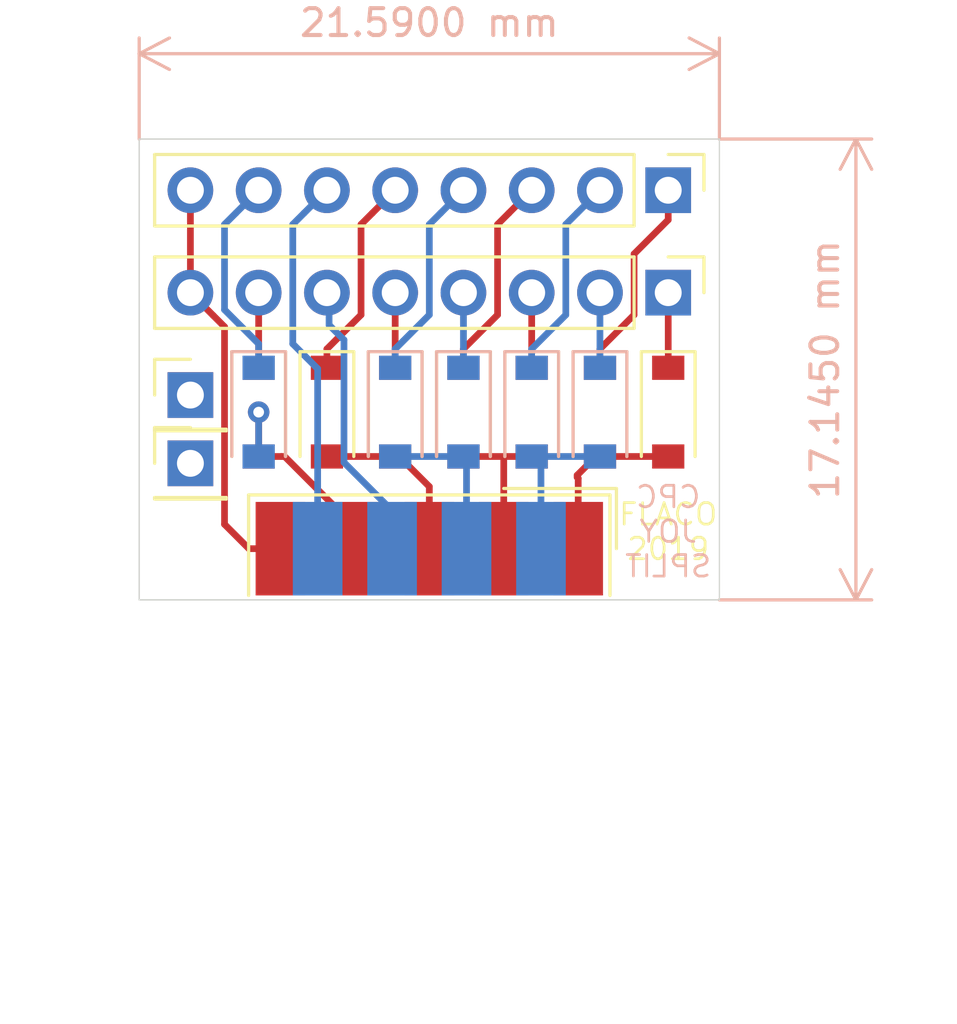
<source format=kicad_pcb>
(kicad_pcb (version 20211014) (generator pcbnew)
  (layers (0 "F.Cu" signal) (31 "B.Cu" signal) (34 "B.Paste" user) (35 "F.Paste" user) (36 "B.SilkS" user "B.Silkscreen") (37 "F.SilkS" user "F.Silkscreen") (38 "B.Mask" user) (39 "F.Mask" user) (44 "Edge.Cuts" user))
  (net 0 "")
  (net 1 "F2")
  (net 2 "Net-(D1-Pad1)")
  (net 3 "Net-(D2-Pad1)")
  (net 4 "F1")
  (net 5 "Net-(D3-Pad1)")
  (net 6 "Net-(D4-Pad1)")
  (net 7 "UP")
  (net 8 "Net-(D5-Pad1)")
  (net 9 "Net-(D6-Pad1)")
  (net 10 "DOWN")
  (net 11 "LEFT")
  (net 12 "Net-(D7-Pad1)")
  (net 13 "Net-(D8-Pad1)")
  (net 14 "RIGHT")
  (net 15 "Net-(D9-Pad1)")
  (net 16 "Net-(D10-Pad1)")
  (net 17 "Net-(D11-Pad1)")
  (net 18 "Net-(D12-Pad1)")
  (net 19 "COM1")
  (net 20 "SPARE")
  (net 21 "COM2")
  (footprint "Diodes_SMD:D_SOD-123" (layer "F.Cu") (at 135.89 108.585 -90)
    (property "Reference" "D1")
    (property "Value" "1N5819W")
    (fp_text reference "D1" hide)
    (fp_text value "1N5819W")
    (fp_line (start -2.25 -1) (end 1.65 -1) (layer "F.SilkS") (width 0.12))
    (fp_line (start -2.25 1) (end 1.65 1) (layer "F.SilkS") (width 0.12))
    (fp_line (start -2.25 -1) (end -2.25 1) (layer "F.SilkS") (width 0.12))
    (pad "1" smd rect locked (at -1.65 0 270) (size 0.9 1.2) (layers "F.Cu" "F.Paste" "F.Mask") (net 2 "Net-(D1-Pad1)"))
    (pad "2" smd rect locked (at 1.65 0 270) (size 0.9 1.2) (layers "F.Cu" "F.Paste" "F.Mask") (net 7 "UP"))
  )
  (footprint "Diodes_SMD:D_SOD-123" (layer "F.Cu") (at 125.73 108.585 -90)
    (property "Reference" "D5")
    (property "Value" "1N5819W")
    (fp_text reference "D5" hide)
    (fp_text value "1N5819W")
    (fp_line (start -2.25 -1) (end 1.65 -1) (layer "F.SilkS") (width 0.12))
    (fp_line (start -2.25 -1) (end -2.25 1) (layer "F.SilkS") (width 0.12))
    (fp_line (start -2.25 1) (end 1.65 1) (layer "F.SilkS") (width 0.12))
    (pad "1" smd rect locked (at -1.65 0 270) (size 0.9 1.2) (layers "F.Cu" "F.Paste" "F.Mask") (net 8 "Net-(D5-Pad1)"))
    (pad "2" smd rect locked (at 1.65 0 270) (size 0.9 1.2) (layers "F.Cu" "F.Paste" "F.Mask") (net 11 "LEFT"))
  )
  (footprint "Diodes_SMD:D_SOD-123" (layer "F.Cu") (at 120.65 108.585 -90)
    (property "Reference" "D6")
    (property "Value" "1N5819W")
    (fp_text reference "D6" hide)
    (fp_text value "1N5819W")
    (fp_line (start -2.25 1) (end 1.65 1) (layer "F.SilkS") (width 0.12))
    (fp_line (start -2.25 -1) (end -2.25 1) (layer "F.SilkS") (width 0.12))
    (fp_line (start -2.25 -1) (end 1.65 -1) (layer "F.SilkS") (width 0.12))
    (pad "1" smd rect locked (at -1.65 0 270) (size 0.9 1.2) (layers "F.Cu" "F.Paste" "F.Mask") (net 9 "Net-(D6-Pad1)"))
    (pad "2" smd rect locked (at 1.65 0 270) (size 0.9 1.2) (layers "F.Cu" "F.Paste" "F.Mask") (net 14 "RIGHT"))
  )
  (footprint "Diodes_SMD:D_SOD-123" (layer "F.Cu") (at 128.27 108.585 -90)
    (property "Reference" "D9")
    (property "Value" "1N5819W")
    (fp_text reference "D9" hide)
    (fp_text value "1N5819W")
    (fp_line (start -2.25 -1) (end 1.65 -1) (layer "F.SilkS") (width 0.12))
    (fp_line (start -2.25 1) (end 1.65 1) (layer "F.SilkS") (width 0.12))
    (fp_line (start -2.25 -1) (end -2.25 1) (layer "F.SilkS") (width 0.12))
    (pad "1" smd rect locked (at -1.65 0 270) (size 0.9 1.2) (layers "F.Cu" "F.Paste" "F.Mask") (net 15 "Net-(D9-Pad1)"))
    (pad "2" smd rect locked (at 1.65 0 270) (size 0.9 1.2) (layers "F.Cu" "F.Paste" "F.Mask") (net 10 "DOWN"))
  )
  (footprint "Diodes_SMD:D_SOD-123" (layer "F.Cu") (at 123.19 108.585 -90)
    (property "Reference" "D11")
    (property "Value" "1N5819W")
    (fp_text reference "D11" hide)
    (fp_text value "1N5819W")
    (fp_line (start -2.25 -1) (end -2.25 1) (layer "F.SilkS") (width 0.12))
    (fp_line (start -2.25 -1) (end 1.65 -1) (layer "F.SilkS") (width 0.12))
    (fp_line (start -2.25 1) (end 1.65 1) (layer "F.SilkS") (width 0.12))
    (pad "1" smd rect locked (at -1.65 0 270) (size 0.9 1.2) (layers "F.Cu" "F.Paste" "F.Mask") (net 17 "Net-(D11-Pad1)"))
    (pad "2" smd rect locked (at 1.65 0 270) (size 0.9 1.2) (layers "F.Cu" "F.Paste" "F.Mask") (net 11 "LEFT"))
  )
  (footprint "Connectors_DSub:DSUB-9_Female_EdgeMount_Pitch2.77mm" (layer "F.Cu") (at 127 113.665)
    (property "Reference" "J1")
    (property "Value" "To the CPC")
    (fp_text reference "J1" hide)
    (fp_text value "To the CPC")
    (fp_line (start 6.963333 -2.24) (end 2.77 -2.24) (layer "F.SilkS") (width 0.12))
    (fp_line (start 6.723333 -2) (end -6.723333 -2) (layer "F.SilkS") (width 0.12))
    (fp_line (start 6.963333 0) (end 6.963333 -2.24) (layer "F.SilkS") (width 0.12))
    (fp_line (start -6.723333 -2) (end -6.723333 1.74) (layer "F.SilkS") (width 0.12))
    (fp_line (start 6.723333 1.74) (end 6.723333 -2) (layer "F.SilkS") (width 0.12))
    (pad "1" smd rect locked (at 5.54 0) (size 1.846667 3.48) (layers "F.Cu" "F.Paste" "F.Mask") (net 7 "UP"))
    (pad "2" smd rect locked (at 2.77 0) (size 1.846667 3.48) (layers "F.Cu" "F.Paste" "F.Mask") (net 10 "DOWN"))
    (pad "3" smd rect locked (at 0 0) (size 1.846667 3.48) (layers "F.Cu" "F.Paste" "F.Mask") (net 11 "LEFT"))
    (pad "4" smd rect locked (at -2.77 0) (size 1.846667 3.48) (layers "F.Cu" "F.Paste" "F.Mask") (net 14 "RIGHT"))
    (pad "5" smd rect locked (at -5.54 0) (size 1.846667 3.48) (layers "F.Cu" "F.Paste" "F.Mask") (net 20 "SPARE"))
    (pad "6" smd rect locked (at 4.155 0) (size 1.846667 3.48) (layers "B.Cu" "B.Paste" "B.Mask") (net 1 "F2"))
    (pad "7" smd rect locked (at 1.385 0) (size 1.846667 3.48) (layers "B.Cu" "B.Paste" "B.Mask") (net 4 "F1"))
    (pad "8" smd rect locked (at -1.385 0) (size 1.846667 3.48) (layers "B.Cu" "B.Paste" "B.Mask") (net 19 "COM1"))
    (pad "9" smd rect locked (at -4.155 0) (size 1.846667 3.48) (layers "B.Cu" "B.Paste" "B.Mask") (net 21 "COM2"))
  )
  (footprint "Diodes_SMD:D_SOD-123" (layer "F.Cu") (at 133.35 108.585 -90)
    (property "Reference" "D7")
    (property "Value" "1N5819W")
    (fp_text reference "D7" hide)
    (fp_text value "1N5819W")
    (fp_line (start -2.25 1) (end 1.65 1) (layer "F.SilkS") (width 0.12))
    (fp_line (start -2.25 -1) (end -2.25 1) (layer "F.SilkS") (width 0.12))
    (fp_line (start -2.25 -1) (end 1.65 -1) (layer "F.SilkS") (width 0.12))
    (pad "1" smd rect locked (at -1.65 0 270) (size 0.9 1.2) (layers "F.Cu" "F.Paste" "F.Mask") (net 12 "Net-(D7-Pad1)"))
    (pad "2" smd rect locked (at 1.65 0 270) (size 0.9 1.2) (layers "F.Cu" "F.Paste" "F.Mask") (net 7 "UP"))
  )
  (footprint "Diodes_SMD:D_SOD-123" (layer "F.Cu") (at 130.81 108.585 -90)
    (property "Reference" "D3")
    (property "Value" "1N5819W")
    (fp_text reference "D3" hide)
    (fp_text value "1N5819W")
    (fp_line (start -2.25 -1) (end 1.65 -1) (layer "F.SilkS") (width 0.12))
    (fp_line (start -2.25 1) (end 1.65 1) (layer "F.SilkS") (width 0.12))
    (fp_line (start -2.25 -1) (end -2.25 1) (layer "F.SilkS") (width 0.12))
    (pad "1" smd rect locked (at -1.65 0 270) (size 0.9 1.2) (layers "F.Cu" "F.Paste" "F.Mask") (net 5 "Net-(D3-Pad1)"))
    (pad "2" smd rect locked (at 1.65 0 270) (size 0.9 1.2) (layers "F.Cu" "F.Paste" "F.Mask") (net 10 "DOWN"))
  )
  (footprint "Pin_Headers:Pin_Header_Straight_1x08_Pitch2.54mm" (layer "F.Cu") (at 135.89 104.14 -90)
    (property "Reference" "J2")
    (property "Value" "From Stick 1")
    (fp_text reference "J2" hide)
    (fp_text value "From Stick 1")
    (fp_line (start -1.33 1.27) (end 1.33 1.27) (layer "F.SilkS") (width 0.12))
    (fp_line (start 1.33 1.27) (end 1.33 19.11) (layer "F.SilkS") (width 0.12))
    (fp_line (start -1.33 0) (end -1.33 -1.33) (layer "F.SilkS") (width 0.12))
    (fp_line (start -1.33 1.27) (end -1.33 19.11) (layer "F.SilkS") (width 0.12))
    (fp_line (start -1.33 19.11) (end 1.33 19.11) (layer "F.SilkS") (width 0.12))
    (fp_line (start -1.33 -1.33) (end 0 -1.33) (layer "F.SilkS") (width 0.12))
    (pad "1" thru_hole rect locked (at 0 0 270) (size 1.7 1.7) (drill 1) (layers *.Cu *.Mask) (net 2 "Net-(D1-Pad1)"))
    (pad "2" thru_hole oval locked (at 0 2.54 270) (size 1.7 1.7) (drill 1) (layers *.Cu *.Mask) (net 3 "Net-(D2-Pad1)"))
    (pad "3" thru_hole oval locked (at 0 5.08 270) (size 1.7 1.7) (drill 1) (layers *.Cu *.Mask) (net 5 "Net-(D3-Pad1)"))
    (pad "4" thru_hole oval locked (at 0 7.62 270) (size 1.7 1.7) (drill 1) (layers *.Cu *.Mask) (net 6 "Net-(D4-Pad1)"))
    (pad "5" thru_hole oval locked (at 0 10.16 270) (size 1.7 1.7) (drill 1) (layers *.Cu *.Mask) (net 8 "Net-(D5-Pad1)"))
    (pad "6" thru_hole oval locked (at 0 12.7 270) (size 1.7 1.7) (drill 1) (layers *.Cu *.Mask) (net 19 "COM1"))
    (pad "7" thru_hole oval locked (at 0 15.24 270) (size 1.7 1.7) (drill 1) (layers *.Cu *.Mask) (net 9 "Net-(D6-Pad1)"))
    (pad "8" thru_hole oval locked (at 0 17.78 270) (size 1.7 1.7) (drill 1) (layers *.Cu *.Mask) (net 20 "SPARE"))
  )
  (footprint "Pin_Headers:Pin_Header_Straight_1x08_Pitch2.54mm" (layer "F.Cu") (at 135.89 100.33 -90)
    (property "Reference" "J3")
    (property "Value" "From Stick 2")
    (fp_text reference "J3" hide)
    (fp_text value "From Stick 2")
    (fp_line (start -1.33 1.27) (end -1.33 19.11) (layer "F.SilkS") (width 0.12))
    (fp_line (start -1.33 -1.33) (end 0 -1.33) (layer "F.SilkS") (width 0.12))
    (fp_line (start 1.33 1.27) (end 1.33 19.11) (layer "F.SilkS") (width 0.12))
    (fp_line (start -1.33 19.11) (end 1.33 19.11) (layer "F.SilkS") (width 0.12))
    (fp_line (start -1.33 1.27) (end 1.33 1.27) (layer "F.SilkS") (width 0.12))
    (fp_line (start -1.33 0) (end -1.33 -1.33) (layer "F.SilkS") (width 0.12))
    (pad "1" thru_hole rect locked (at 0 0 270) (size 1.7 1.7) (drill 1) (layers *.Cu *.Mask) (net 12 "Net-(D7-Pad1)"))
    (pad "2" thru_hole oval locked (at 0 2.54 270) (size 1.7 1.7) (drill 1) (layers *.Cu *.Mask) (net 13 "Net-(D8-Pad1)"))
    (pad "3" thru_hole oval locked (at 0 5.08 270) (size 1.7 1.7) (drill 1) (layers *.Cu *.Mask) (net 15 "Net-(D9-Pad1)"))
    (pad "4" thru_hole oval locked (at 0 7.62 270) (size 1.7 1.7) (drill 1) (layers *.Cu *.Mask) (net 16 "Net-(D10-Pad1)"))
    (pad "5" thru_hole oval locked (at 0 10.16 270) (size 1.7 1.7) (drill 1) (layers *.Cu *.Mask) (net 17 "Net-(D11-Pad1)"))
    (pad "6" thru_hole oval locked (at 0 12.7 270) (size 1.7 1.7) (drill 1) (layers *.Cu *.Mask) (net 21 "COM2"))
    (pad "7" thru_hole oval locked (at 0 15.24 270) (size 1.7 1.7) (drill 1) (layers *.Cu *.Mask) (net 18 "Net-(D12-Pad1)"))
    (pad "8" thru_hole oval locked (at 0 17.78 270) (size 1.7 1.7) (drill 1) (layers *.Cu *.Mask) (net 20 "SPARE"))
  )
  (footprint "Pin_Headers:Pin_Header_Straight_1x01_Pitch2.54mm" (layer "F.Cu") (at 118.11 110.49)
    (property "Reference" "J4")
    (property "Value" "holder")
    (fp_text reference "J4" hide)
    (fp_text value "holder")
    (fp_line (start -1.33 1.33) (end 1.33 1.33) (layer "F.SilkS") (width 0.12))
    (fp_line (start -1.33 1.27) (end 1.33 1.27) (layer "F.SilkS") (width 0.12))
    (fp_line (start -1.33 -1.33) (end 0 -1.33) (layer "F.SilkS") (width 0.12))
    (fp_line (start 1.33 1.27) (end 1.33 1.33) (layer "F.SilkS") (width 0.12))
    (fp_line (start -1.33 0) (end -1.33 -1.33) (layer "F.SilkS") (width 0.12))
    (fp_line (start -1.33 1.27) (end -1.33 1.33) (layer "F.SilkS") (width 0.12))
    (pad "1" thru_hole rect locked (at 0 0) (size 1.7 1.7) (drill 1) (layers *.Cu *.Mask))
  )
  (footprint "Pin_Headers:Pin_Header_Straight_1x01_Pitch2.54mm" (layer "F.Cu") (at 118.11 107.95)
    (property "Reference" "J5")
    (property "Value" "holder")
    (fp_text reference "J5" hide)
    (fp_text value "holder")
    (fp_line (start -1.33 0) (end -1.33 -1.33) (layer "F.SilkS") (width 0.12))
    (fp_line (start -1.33 1.27) (end -1.33 1.33) (layer "F.SilkS") (width 0.12))
    (fp_line (start 1.33 1.27) (end 1.33 1.33) (layer "F.SilkS") (width 0.12))
    (fp_line (start -1.33 1.33) (end 1.33 1.33) (layer "F.SilkS") (width 0.12))
    (fp_line (start -1.33 -1.33) (end 0 -1.33) (layer "F.SilkS") (width 0.12))
    (fp_line (start -1.33 1.27) (end 1.33 1.27) (layer "F.SilkS") (width 0.12))
    (pad "1" thru_hole rect locked (at 0 0) (size 1.7 1.7) (drill 1) (layers *.Cu *.Mask))
  )
  (footprint "Diodes_SMD:D_SOD-123" (layer "B.Cu") (at 133.35 108.585 -90)
    (property "Reference" "D2")
    (property "Value" "1N5819W")
    (fp_text reference "D2" hide)
    (fp_text value "1N5819W")
    (fp_line (start -2.25 1) (end -2.25 -1) (layer "B.SilkS") (width 0.12))
    (fp_line (start -2.25 1) (end 1.65 1) (layer "B.SilkS") (width 0.12))
    (fp_line (start -2.25 -1) (end 1.65 -1) (layer "B.SilkS") (width 0.12))
    (pad "1" smd rect locked (at -1.65 0 270) (size 0.9 1.2) (layers "B.Cu" "B.Paste" "B.Mask") (net 3 "Net-(D2-Pad1)"))
    (pad "2" smd rect locked (at 1.65 0 270) (size 0.9 1.2) (layers "B.Cu" "B.Paste" "B.Mask") (net 1 "F2"))
  )
  (footprint "Diodes_SMD:D_SOD-123" (layer "B.Cu") (at 130.81 108.585 -90)
    (property "Reference" "D8")
    (property "Value" "1N5819W")
    (fp_text reference "D8" hide)
    (fp_text value "1N5819W")
    (fp_line (start -2.25 -1) (end 1.65 -1) (layer "B.SilkS") (width 0.12))
    (fp_line (start -2.25 1) (end 1.65 1) (layer "B.SilkS") (width 0.12))
    (fp_line (start -2.25 1) (end -2.25 -1) (layer "B.SilkS") (width 0.12))
    (pad "1" smd rect locked (at -1.65 0 270) (size 0.9 1.2) (layers "B.Cu" "B.Paste" "B.Mask") (net 13 "Net-(D8-Pad1)"))
    (pad "2" smd rect locked (at 1.65 0 270) (size 0.9 1.2) (layers "B.Cu" "B.Paste" "B.Mask") (net 1 "F2"))
  )
  (footprint "Diodes_SMD:D_SOD-123" (layer "B.Cu") (at 125.73 108.585 -90)
    (property "Reference" "D10")
    (property "Value" "1N5819W")
    (fp_text reference "D10" hide)
    (fp_text value "1N5819W")
    (fp_line (start -2.25 1) (end 1.65 1) (layer "B.SilkS") (width 0.12))
    (fp_line (start -2.25 -1) (end 1.65 -1) (layer "B.SilkS") (width 0.12))
    (fp_line (start -2.25 1) (end -2.25 -1) (layer "B.SilkS") (width 0.12))
    (pad "1" smd rect locked (at -1.65 0 270) (size 0.9 1.2) (layers "B.Cu" "B.Paste" "B.Mask") (net 16 "Net-(D10-Pad1)"))
    (pad "2" smd rect locked (at 1.65 0 270) (size 0.9 1.2) (layers "B.Cu" "B.Paste" "B.Mask") (net 4 "F1"))
  )
  (footprint "Diodes_SMD:D_SOD-123" (layer "B.Cu") (at 128.27 108.585 -90)
    (property "Reference" "D4")
    (property "Value" "1N5819W")
    (fp_text reference "D4" hide)
    (fp_text value "1N5819W")
    (fp_line (start -2.25 1) (end 1.65 1) (layer "B.SilkS") (width 0.12))
    (fp_line (start -2.25 -1) (end 1.65 -1) (layer "B.SilkS") (width 0.12))
    (fp_line (start -2.25 1) (end -2.25 -1) (layer "B.SilkS") (width 0.12))
    (pad "1" smd rect locked (at -1.65 0 270) (size 0.9 1.2) (layers "B.Cu" "B.Paste" "B.Mask") (net 6 "Net-(D4-Pad1)"))
    (pad "2" smd rect locked (at 1.65 0 270) (size 0.9 1.2) (layers "B.Cu" "B.Paste" "B.Mask") (net 4 "F1"))
  )
  (footprint "Diodes_SMD:D_SOD-123" (layer "B.Cu") (at 120.65 108.585 -90)
    (property "Reference" "D12")
    (property "Value" "1N5819W")
    (fp_text reference "D12" hide)
    (fp_text value "1N5819W")
    (fp_line (start -2.25 1) (end -2.25 -1) (layer "B.SilkS") (width 0.12))
    (fp_line (start -2.25 -1) (end 1.65 -1) (layer "B.SilkS") (width 0.12))
    (fp_line (start -2.25 1) (end 1.65 1) (layer "B.SilkS") (width 0.12))
    (pad "1" smd rect locked (at -1.65 0 270) (size 0.9 1.2) (layers "B.Cu" "B.Paste" "B.Mask") (net 18 "Net-(D12-Pad1)"))
    (pad "2" smd rect locked (at 1.65 0 270) (size 0.9 1.2) (layers "B.Cu" "B.Paste" "B.Mask") (net 14 "RIGHT"))
  )
  (gr_line (start 116.205 115.57) (end 137.795 115.57) (layer "Edge.Cuts") (width 0.05))
  (gr_line (start 137.795 98.425) (end 116.205 98.425) (layer "Edge.Cuts") (width 0.05))
  (gr_line (start 137.795 115.57) (end 137.795 98.425) (layer "Edge.Cuts") (width 0.05))
  (gr_line (start 116.205 98.425) (end 116.205 115.57) (layer "Edge.Cuts") (width 0.05))
  (gr_text "CPC\nJOY\nSPLIT" (at 135.89 113.03) (layer "B.SilkS") (effects (font (size 0.8 0.8) (thickness 0.1)) (justify mirror)))
  (gr_text "FLACO\n2019" (at 135.89 113.03) (layer "F.SilkS") (effects (font (size 0.8 0.8) (thickness 0.1))))
  (dimension (type aligned) (layer "B.SilkS") (pts (xy 137.795 98.425) (xy 116.205 98.425)) (height 3.175) (gr_text "21.5900 mm" (at 127 94.1) (layer "B.SilkS") (effects (font (size 1 1) (thickness 0.15)))) (format (units 2) (units_format 1) (precision 4)) (style (thickness 0.12) (arrow_length 1.27) (text_position_mode 0) (extension_height 0.58642) (extension_offset 0) keep_text_aligned))
  (dimension (type aligned) (layer "B.SilkS") (pts (xy 137.795 115.57) (xy 137.795 98.425)) (height 5.08) (gr_text "17.1450 mm" (at 141.725 106.9975 90) (layer "B.SilkS") (effects (font (size 1 1) (thickness 0.15)))) (format (units 2) (units_format 1) (precision 4)) (style (thickness 0.12) (arrow_length 1.27) (text_position_mode 0) (extension_height 0.58642) (extension_offset 0) keep_text_aligned))
  (segment (start 130.81 110.235) (end 133.35 110.235) (width 0.25) (layer "B.Cu") (net 1))
  (segment (start 131.155 113.665) (end 131.155 110.525) (width 0.25) (layer "B.Cu") (net 1))
  (segment (start 135.89 106.935) (end 135.89 104.219999) (width 0.25) (layer "F.Cu") (net 2))
  (segment (start 135.89 104.219999) (end 135.969999 104.14) (width 0.25) (layer "F.Cu") (net 2))
  (segment (start 133.35 106.935) (end 133.35 104.14) (width 0.25) (layer "B.Cu") (net 3))
  (segment (start 128.385 110.35) (end 128.27 110.235) (width 0.25) (layer "B.Cu") (net 4))
  (segment (start 128.27 110.235) (end 125.73 110.235) (width 0.25) (layer "B.Cu") (net 4))
  (segment (start 128.385 113.665) (end 128.385 110.35) (width 0.25) (layer "B.Cu") (net 4))
  (segment (start 130.81 104.219999) (end 130.889999 104.14) (width 0.25) (layer "F.Cu") (net 5))
  (segment (start 130.81 106.935) (end 130.81 104.219999) (width 0.25) (layer "F.Cu") (net 5))
  (segment (start 128.27 106.935) (end 128.27 104.219999) (width 0.25) (layer "B.Cu") (net 6))
  (segment (start 128.27 104.219999) (end 128.349999 104.14) (width 0.25) (layer "B.Cu") (net 6))
  (segment (start 132.54 113.665) (end 132.54 111.045) (width 0.25) (layer "F.Cu") (net 7))
  (segment (start 132.5 111.005) (end 132.5 110.935) (width 0.25) (layer "F.Cu") (net 7))
  (segment (start 132.5 110.935) (end 133.2 110.235) (width 0.25) (layer "F.Cu") (net 7))
  (segment (start 132.54 111.045) (end 132.5 111.005) (width 0.25) (layer "F.Cu") (net 7))
  (segment (start 133.35 110.235) (end 135.89 110.235) (width 0.25) (layer "F.Cu") (net 7))
  (segment (start 133.2 110.235) (end 133.35 110.235) (width 0.25) (layer "F.Cu") (net 7))
  (segment (start 125.73 104.219999) (end 125.809999 104.14) (width 0.25) (layer "F.Cu") (net 8))
  (segment (start 125.73 106.935) (end 125.73 104.219999) (width 0.25) (layer "F.Cu") (net 8))
  (segment (start 120.65 106.935) (end 120.65 104.219999) (width 0.25) (layer "F.Cu") (net 9))
  (segment (start 120.65 104.219999) (end 120.729999 104.14) (width 0.25) (layer "F.Cu") (net 9))
  (segment (start 128.27 110.235) (end 129.795 110.235) (width 0.25) (layer "F.Cu") (net 10))
  (segment (start 129.77 113.665) (end 129.77 110.26) (width 0.25) (layer "F.Cu") (net 10))
  (segment (start 129.795 110.235) (end 130.81 110.235) (width 0.25) (layer "F.Cu") (net 10))
  (segment (start 129.77 110.26) (end 129.795 110.235) (width 0.25) (layer "F.Cu") (net 10))
  (segment (start 127 111.355) (end 125.88 110.235) (width 0.25) (layer "F.Cu") (net 11))
  (segment (start 125.88 110.235) (end 125.73 110.235) (width 0.25) (layer "F.Cu") (net 11))
  (segment (start 127 113.665) (end 127 111.355) (width 0.25) (layer "F.Cu") (net 11))
  (segment (start 123.19 110.235) (end 125.73 110.235) (width 0.25) (layer "F.Cu") (net 11))
  (segment (start 134.62 102.7) (end 135.89 101.43) (width 0.25) (layer "F.Cu") (net 12))
  (segment (start 133.35 106.235) (end 134.62 104.965) (width 0.25) (layer "F.Cu") (net 12))
  (segment (start 135.89 101.43) (end 135.89 100.33) (width 0.25) (layer "F.Cu") (net 12))
  (segment (start 134.62 104.965) (end 134.62 102.7) (width 0.25) (layer "F.Cu") (net 12))
  (segment (start 133.35 106.935) (end 133.35 106.235) (width 0.25) (layer "F.Cu") (net 12))
  (segment (start 130.81 106.235) (end 132.08 104.965) (width 0.25) (layer "B.Cu") (net 13))
  (segment (start 132.08 101.6) (end 132.500001 101.179999) (width 0.25) (layer "B.Cu") (net 13))
  (segment (start 132.500001 101.179999) (end 133.35 100.33) (width 0.25) (layer "B.Cu") (net 13))
  (segment (start 132.08 104.965) (end 132.08 101.6) (width 0.25) (layer "B.Cu") (net 13))
  (segment (start 130.81 106.935) (end 130.81 106.235) (width 0.25) (layer "B.Cu") (net 13))
  (segment (start 120.65 108.585) (end 120.65 110.235) (width 0.25) (layer "F.Cu") (net 14))
  (segment (start 124.23 112.848334) (end 121.616666 110.235) (width 0.25) (layer "F.Cu") (net 14))
  (segment (start 121.5 110.235) (end 120.65 110.235) (width 0.25) (layer "F.Cu") (net 14))
  (segment (start 121.616666 110.235) (end 121.5 110.235) (width 0.25) (layer "F.Cu") (net 14))
  (segment (start 124.23 113.665) (end 124.23 112.848334) (width 0.25) (layer "F.Cu") (net 14))
  (via (at 120.65 108.585) (size 0.8) (drill 0.4) (layers "F.Cu" "B.Cu") (net 14))
  (segment (start 120.65 110.235) (end 120.65 108.585) (width 0.25) (layer "B.Cu") (net 14))
  (segment (start 129.54 101.6) (end 129.960001 101.179999) (width 0.25) (layer "F.Cu") (net 15))
  (segment (start 129.960001 101.179999) (end 130.81 100.33) (width 0.25) (layer "F.Cu") (net 15))
  (segment (start 129.54 104.965) (end 129.54 101.6) (width 0.25) (layer "F.Cu") (net 15))
  (segment (start 128.27 106.235) (end 129.54 104.965) (width 0.25) (layer "F.Cu") (net 15))
  (segment (start 128.27 106.935) (end 128.27 106.235) (width 0.25) (layer "F.Cu") (net 15))
  (segment (start 127 101.6) (end 127.420001 101.179999) (width 0.25) (layer "B.Cu") (net 16))
  (segment (start 125.73 106.935) (end 125.73 106.235) (width 0.25) (layer "B.Cu") (net 16))
  (segment (start 127.420001 101.179999) (end 128.27 100.33) (width 0.25) (layer "B.Cu") (net 16))
  (segment (start 127 104.965) (end 127 101.6) (width 0.25) (layer "B.Cu") (net 16))
  (segment (start 125.73 106.235) (end 127 104.965) (width 0.25) (layer "B.Cu") (net 16))
  (segment (start 124.880001 101.179999) (end 125.73 100.33) (width 0.25) (layer "F.Cu") (net 17))
  (segment (start 123.19 106.935) (end 123.19 106.235) (width 0.25) (layer "F.Cu") (net 17))
  (segment (start 124.46 101.6) (end 124.880001 101.179999) (width 0.25) (layer "F.Cu") (net 17))
  (segment (start 124.46 104.965) (end 124.46 101.6) (width 0.25) (layer "F.Cu") (net 17))
  (segment (start 123.19 106.235) (end 124.46 104.965) (width 0.25) (layer "F.Cu") (net 17))
  (segment (start 119.38 104.775) (end 119.38 101.6) (width 0.25) (layer "B.Cu") (net 18))
  (segment (start 120.65 106.045) (end 119.38 104.775) (width 0.25) (layer "B.Cu") (net 18))
  (segment (start 119.38 101.6) (end 119.800001 101.179999) (width 0.25) (layer "B.Cu") (net 18))
  (segment (start 119.800001 101.179999) (end 120.65 100.33) (width 0.25) (layer "B.Cu") (net 18))
  (segment (start 120.65 106.935) (end 120.65 106.045) (width 0.25) (layer "B.Cu") (net 18))
  (segment (start 125.615 112.246667) (end 123.825 110.456667) (width 0.25) (layer "B.Cu") (net 19))
  (segment (start 123.825 110.456667) (end 123.825 105.897082) (width 0.25) (layer "B.Cu") (net 19))
  (segment (start 125.615 113.665) (end 125.615 112.246667) (width 0.25) (layer "B.Cu") (net 19))
  (segment (start 123.269999 105.342081) (end 123.269999 104.14) (width 0.25) (layer "B.Cu") (net 19))
  (segment (start 123.825 105.897082) (end 123.269999 105.342081) (width 0.25) (layer "B.Cu") (net 19))
  (segment (start 121.46 113.665) (end 120.286667 113.665) (width 0.25) (layer "F.Cu") (net 20))
  (segment (start 119.38 112.758333) (end 119.38 105.41) (width 0.25) (layer "F.Cu") (net 20))
  (segment (start 118.11 104.14) (end 118.11 100.33) (width 0.25) (layer "F.Cu") (net 20))
  (segment (start 120.286667 113.665) (end 119.38 112.758333) (width 0.25) (layer "F.Cu") (net 20))
  (segment (start 119.38 105.41) (end 118.959999 104.989999) (width 0.25) (layer "F.Cu") (net 20))
  (segment (start 118.959999 104.989999) (end 118.11 104.14) (width 0.25) (layer "F.Cu") (net 20))
  (segment (start 118.11 104.060001) (end 118.189999 104.14) (width 0.25) (layer "B.Cu") (net 20))
  (segment (start 122.845 106.97) (end 121.92 106.045) (width 0.25) (layer "B.Cu") (net 21))
  (segment (start 122.845 113.665) (end 122.845 106.97) (width 0.25) (layer "B.Cu") (net 21))
  (segment (start 121.92 106.045) (end 121.92 101.6) (width 0.25) (layer "B.Cu") (net 21))
  (segment (start 122.340001 101.179999) (end 123.19 100.33) (width 0.25) (layer "B.Cu") (net 21))
  (segment (start 121.92 101.6) (end 122.340001 101.179999) (width 0.25) (layer "B.Cu") (net 21))
)
</source>
